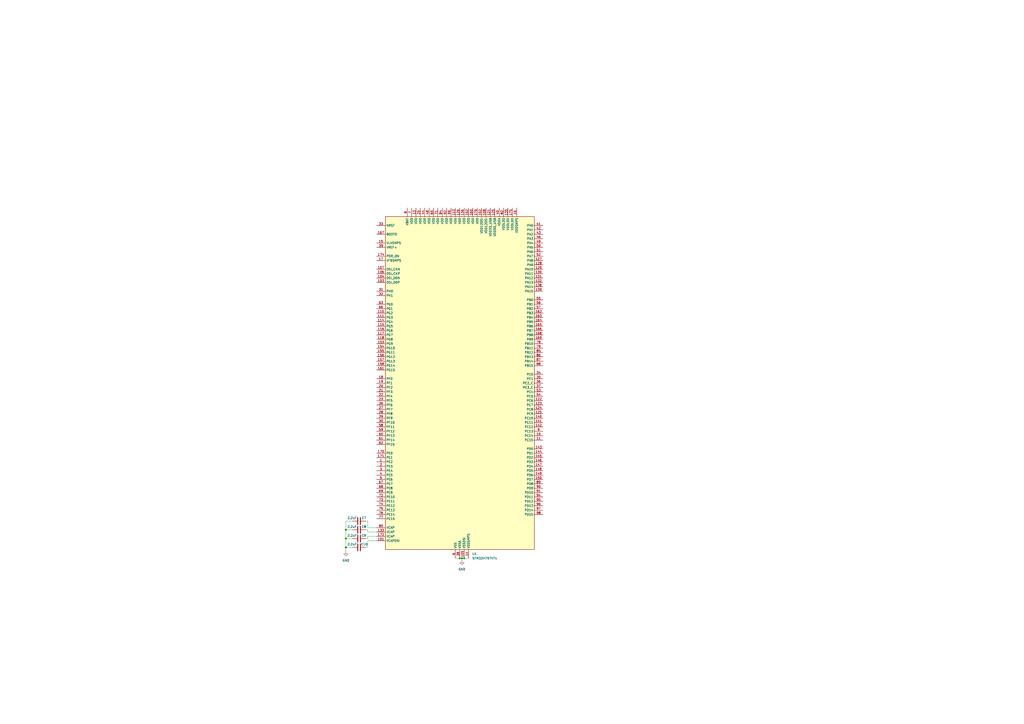
<source format=kicad_sch>
(kicad_sch (version 20250114) (generator "eeschema") (generator_version "9.0")
  (paper "A2")
  (lib_symbols
    (symbol "Device:C" (pin_numbers (hide yes)) (pin_names (offset 0.254))
      (property "Reference" "C" (at 0.635 2.54 0))
      (property "Value" "C" (at 0.635 -2.54 0))
      (symbol "C_0_1"
        (polyline (pts (xy -2.032 0.762) (xy 2.032 0.762)) (stroke (width 0.508)))
        (polyline (pts (xy -2.032 -0.762) (xy 2.032 -0.762)) (stroke (width 0.508)))
      )
      (symbol "C_1_1"
        (pin passive line (at 0 3.81 270) (length 2.794) (name "~") (number "1"))
        (pin passive line (at 0 -3.81 90) (length 2.794) (name "~") (number "2"))
      )
    )
    (symbol "MCU_ST_STM32H7:STM32H757IITx"
      (property "Reference" "U" (at -43.18 97.79 0))
      (property "Value" "STM32H757IITx" (at 35.56 97.79 0))
      (symbol "STM32H757IITx_0_1"
        (rectangle (start -43.18 -96.52) (end 43.18 96.52) (stroke (width 0.254)) (fill (type background)))
      )
      (symbol "STM32H757IITx_1_1"
        (pin input line (at -48.26 91.44 0) (length 5.08) (name "NRST") (number "33"))
        (pin input line (at -48.26 86.36 0) (length 5.08) (name "BOOT0") (number "167"))
        (pin power_in line (at -48.26 81.28 0) (length 5.08) (name "VLXSMPS") (number "15"))
        (pin input line (at -48.26 78.74 0) (length 5.08) (name "VREF+") (number "39"))
        (pin input line (at -48.26 73.66 0) (length 5.08) (name "PDR_ON") (number "174"))
        (pin input line (at -48.26 71.12 0) (length 5.08) (name "VFBSMPS") (number "17"))
        (pin bidirectional line (at -48.26 66.04 0) (length 5.08) (name "DSI_CKN") (number "107"))
        (pin bidirectional line (at -48.26 63.5 0) (length 5.08) (name "DSI_CKP") (number "106"))
        (pin bidirectional line (at -48.26 60.96 0) (length 5.08) (name "DSI_D0N") (number "104"))
        (pin bidirectional line (at -48.26 58.42 0) (length 5.08) (name "DSI_D0P") (number "103"))
        (pin bidirectional line (at -48.26 53.34 0) (length 5.08) (name "PH0") (number "31"))
        (pin bidirectional line (at -48.26 50.8 0) (length 5.08) (name "PH1") (number "32"))
        (pin bidirectional line (at -48.26 45.72 0) (length 5.08) (name "PG0") (number "63"))
        (pin bidirectional line (at -48.26 43.18 0) (length 5.08) (name "PG1") (number "66"))
        (pin bidirectional line (at -48.26 40.64 0) (length 5.08) (name "PG2") (number "110"))
        (pin bidirectional line (at -48.26 38.1 0) (length 5.08) (name "PG3") (number "111"))
        (pin bidirectional line (at -48.26 35.56 0) (length 5.08) (name "PG4") (number "114"))
        (pin bidirectional line (at -48.26 33.02 0) (length 5.08) (name "PG5") (number "115"))
        (pin bidirectional line (at -48.26 30.48 0) (length 5.08) (name "PG6") (number "116"))
        (pin bidirectional line (at -48.26 27.94 0) (length 5.08) (name "PG7") (number "117"))
        (pin bidirectional line (at -48.26 25.4 0) (length 5.08) (name "PG8") (number "118"))
        (pin bidirectional line (at -48.26 22.86 0) (length 5.08) (name "PG9") (number "153"))
        (pin bidirectional line (at -48.26 20.32 0) (length 5.08) (name "PG10") (number "154"))
        (pin bidirectional line (at -48.26 17.78 0) (length 5.08) (name "PG11") (number "155"))
        (pin bidirectional line (at -48.26 15.24 0) (length 5.08) (name "PG12") (number "156"))
        (pin bidirectional line (at -48.26 12.7 0) (length 5.08) (name "PG13") (number "157"))
        (pin bidirectional line (at -48.26 10.16 0) (length 5.08) (name "PG14") (number "158"))
        (pin bidirectional line (at -48.26 7.62 0) (length 5.08) (name "PG15") (number "161"))
        (pin bidirectional line (at -48.26 2.54 0) (length 5.08) (name "PF0") (number "18"))
        (pin bidirectional line (at -48.26 0 0) (length 5.08) (name "PF1") (number "19"))
        (pin bidirectional line (at -48.26 -2.54 0) (length 5.08) (name "PF2") (number "20"))
        (pin bidirectional line (at -48.26 -5.08 0) (length 5.08) (name "PF3") (number "21"))
        (pin bidirectional line (at -48.26 -7.62 0) (length 5.08) (name "PF4") (number "22"))
        (pin bidirectional line (at -48.26 -10.16 0) (length 5.08) (name "PF5") (number "23"))
        (pin bidirectional line (at -48.26 -12.7 0) (length 5.08) (name "PF6") (number "26"))
        (pin bidirectional line (at -48.26 -15.24 0) (length 5.08) (name "PF7") (number "27"))
        (pin bidirectional line (at -48.26 -17.78 0) (length 5.08) (name "PF8") (number "28"))
        (pin bidirectional line (at -48.26 -20.32 0) (length 5.08) (name "PF9") (number "29"))
        (pin bidirectional line (at -48.26 -22.86 0) (length 5.08) (name "PF10") (number "30"))
        (pin bidirectional line (at -48.26 -25.4 0) (length 5.08) (name "PF11") (number "58"))
        (pin bidirectional line (at -48.26 -27.94 0) (length 5.08) (name "PF12") (number "59"))
        (pin bidirectional line (at -48.26 -30.48 0) (length 5.08) (name "PF13") (number "60"))
        (pin bidirectional line (at -48.26 -33.02 0) (length 5.08) (name "PF14") (number "61"))
        (pin bidirectional line (at -48.26 -35.56 0) (length 5.08) (name "PF15") (number "62"))
        (pin bidirectional line (at -48.26 -40.64 0) (length 5.08) (name "PE0") (number "170"))
        (pin bidirectional line (at -48.26 -43.18 0) (length 5.08) (name "PE1") (number "171"))
        (pin bidirectional line (at -48.26 -45.72 0) (length 5.08) (name "PE2") (number "1"))
        (pin bidirectional line (at -48.26 -48.26 0) (length 5.08) (name "PE3") (number "2"))
        (pin bidirectional line (at -48.26 -50.8 0) (length 5.08) (name "PE4") (number "3"))
        (pin bidirectional line (at -48.26 -53.34 0) (length 5.08) (name "PE5") (number "4"))
        (pin bidirectional line (at -48.26 -55.88 0) (length 5.08) (name "PE6") (number "5"))
        (pin bidirectional line (at -48.26 -58.42 0) (length 5.08) (name "PE7") (number "67"))
        (pin bidirectional line (at -48.26 -60.96 0) (length 5.08) (name "PE8") (number "68"))
        (pin bidirectional line (at -48.26 -63.5 0) (length 5.08) (name "PE9") (number "69"))
        (pin bidirectional line (at -48.26 -66.04 0) (length 5.08) (name "PE10") (number "72"))
        (pin bidirectional line (at -48.26 -68.58 0) (length 5.08) (name "PE11") (number "73"))
        (pin bidirectional line (at -48.26 -71.12 0) (length 5.08) (name "PE12") (number "74"))
        (pin bidirectional line (at -48.26 -73.66 0) (length 5.08) (name "PE13") (number "75"))
        (pin bidirectional line (at -48.26 -76.2 0) (length 5.08) (name "PE14") (number "76"))
        (pin bidirectional line (at -48.26 -78.74 0) (length 5.08) (name "PE15") (number "77"))
        (pin power_out line (at -48.26 -83.82 0) (length 5.08) (name "VCAP") (number "80"))
        (pin power_out line (at -48.26 -86.36 0) (length 5.08) (name "VCAP") (number "133"))
        (pin power_out line (at -48.26 -88.9 0) (length 5.08) (name "VCAP") (number "172"))
        (pin power_out line (at -48.26 -91.44 0) (length 5.08) (name "VCAPDSI") (number "101"))
        (pin power_in line (at -30.48 101.6 270) (length 5.08) (name "VBAT") (number "8"))
        (pin power_in line (at -27.94 101.6 270) (length 5.08) (name "VDD") (number "7"))
        (pin power_in line (at -25.4 101.6 270) (length 5.08) (name "VDD") (number "13"))
        (pin power_in line (at -22.86 101.6 270) (length 5.08) (name "VDD") (number "25"))
        (pin power_in line (at -20.32 101.6 270) (length 5.08) (name "VDD") (number "44"))
        (pin power_in line (at -17.78 101.6 270) (length 5.08) (name "VDD") (number "48"))
        (pin power_in line (at -15.24 101.6 270) (length 5.08) (name "VDD") (number "65"))
        (pin power_in line (at -12.7 101.6 270) (length 5.08) (name "VDD") (number "71"))
        (pin power_in line (at -10.16 101.6 270) (length 5.08) (name "VDD") (number "84"))
        (pin power_in line (at -7.62 101.6 270) (length 5.08) (name "VDD") (number "92"))
        (pin power_in line (at -5.08 101.6 270) (length 5.08) (name "VDD") (number "99"))
        (pin power_in line (at -2.54 101.6 270) (length 5.08) (name "VDD") (number "113"))
        (pin passive line (at -2.54 -101.6 90) (length 5.08) (hide yes) (name "VSS") (number "100"))
        (pin passive line (at -2.54 -101.6 90) (length 5.08) (hide yes) (name "VSS") (number "112"))
        (pin passive line (at -2.54 -101.6 90) (length 5.08) (hide yes) (name "VSS") (number "119"))
        (pin passive line (at -2.54 -101.6 90) (length 5.08) (hide yes) (name "VSS") (number "12"))
        (pin passive line (at -2.54 -101.6 90) (length 5.08) (hide yes) (name "VSS") (number "134"))
        (pin passive line (at -2.54 -101.6 90) (length 5.08) (hide yes) (name "VSS") (number "137"))
        (pin passive line (at -2.54 -101.6 90) (length 5.08) (hide yes) (name "VSS") (number "151"))
        (pin passive line (at -2.54 -101.6 90) (length 5.08) (hide yes) (name "VSS") (number "159"))
        (pin passive line (at -2.54 -101.6 90) (length 5.08) (hide yes) (name "VSS") (number "173"))
        (pin passive line (at -2.54 -101.6 90) (length 5.08) (hide yes) (name "VSS") (number "24"))
        (pin passive line (at -2.54 -101.6 90) (length 5.08) (hide yes) (name "VSS") (number "45"))
        (pin passive line (at -2.54 -101.6 90) (length 5.08) (hide yes) (name "VSS") (number "47"))
        (pin power_in line (at -2.54 -101.6 90) (length 5.08) (name "VSS") (number "6"))
        (pin passive line (at -2.54 -101.6 90) (length 5.08) (hide yes) (name "VSS") (number "64"))
        (pin passive line (at -2.54 -101.6 90) (length 5.08) (hide yes) (name "VSS") (number "70"))
        (pin passive line (at -2.54 -101.6 90) (length 5.08) (hide yes) (name "VSS") (number "81"))
        (pin passive line (at -2.54 -101.6 90) (length 5.08) (hide yes) (name "VSS") (number "83"))
        (pin passive line (at -2.54 -101.6 90) (length 5.08) (hide yes) (name "VSS") (number "93"))
        (pin power_in line (at 0 101.6 270) (length 5.08) (name "VDD") (number "126"))
        (pin power_in line (at 0 -101.6 90) (length 5.08) (name "VSSA") (number "38"))
        (pin power_in line (at 2.54 101.6 270) (length 5.08) (name "VDD") (number "136"))
        (pin power_in line (at 2.54 -101.6 90) (length 5.08) (name "VSSDSI") (number "105"))
        (pin passive line (at 2.54 -101.6 90) (length 5.08) (hide yes) (name "VSSDSI") (number "109"))
        (pin power_in line (at 5.08 101.6 270) (length 5.08) (name "VDD") (number "152"))
        (pin power_in line (at 5.08 -101.6 90) (length 5.08) (name "VSSSMPS") (number "14"))
        (pin power_in line (at 7.62 101.6 270) (length 5.08) (name "VDD") (number "160"))
        (pin power_in line (at 10.16 101.6 270) (length 5.08) (name "VDD") (number "176"))
        (pin power_in line (at 12.7 101.6 270) (length 5.08) (name "VDD12DSI") (number "102"))
        (pin power_in line (at 15.24 101.6 270) (length 5.08) (name "VDD12DSI") (number "108"))
        (pin power_in line (at 17.78 101.6 270) (length 5.08) (name "VDD33_USB") (number "121"))
        (pin power_in line (at 20.32 101.6 270) (length 5.08) (name "VDD50_USB") (number "120"))
        (pin power_in line (at 22.86 101.6 270) (length 5.08) (name "VDDA") (number "40"))
        (pin power_in line (at 25.4 101.6 270) (length 5.08) (name "VDDLDO") (number "82"))
        (pin power_in line (at 27.94 101.6 270) (length 5.08) (name "VDDLDO") (number "135"))
        (pin power_in line (at 30.48 101.6 270) (length 5.08) (name "VDDLDO") (number "175"))
        (pin power_in line (at 33.02 101.6 270) (length 5.08) (name "VDDSMPS") (number "16"))
        (pin bidirectional line (at 48.26 91.44 180) (length 5.08) (name "PA0") (number "41"))
        (pin bidirectional line (at 48.26 88.9 180) (length 5.08) (name "PA1") (number "42"))
        (pin bidirectional line (at 48.26 86.36 180) (length 5.08) (name "PA2") (number "43"))
        (pin bidirectional line (at 48.26 83.82 180) (length 5.08) (name "PA3") (number "46"))
        (pin bidirectional line (at 48.26 81.28 180) (length 5.08) (name "PA4") (number "49"))
        (pin bidirectional line (at 48.26 78.74 180) (length 5.08) (name "PA5") (number "50"))
        (pin bidirectional line (at 48.26 76.2 180) (length 5.08) (name "PA6") (number "51"))
        (pin bidirectional line (at 48.26 73.66 180) (length 5.08) (name "PA7") (number "52"))
        (pin bidirectional line (at 48.26 71.12 180) (length 5.08) (name "PA8") (number "127"))
        (pin bidirectional line (at 48.26 68.58 180) (length 5.08) (name "PA9") (number "128"))
        (pin bidirectional line (at 48.26 66.04 180) (length 5.08) (name "PA10") (number "129"))
        (pin bidirectional line (at 48.26 63.5 180) (length 5.08) (name "PA11") (number "130"))
        (pin bidirectional line (at 48.26 60.96 180) (length 5.08) (name "PA12") (number "131"))
        (pin bidirectional line (at 48.26 58.42 180) (length 5.08) (name "PA13") (number "132"))
        (pin bidirectional line (at 48.26 55.88 180) (length 5.08) (name "PA14") (number "138"))
        (pin bidirectional line (at 48.26 53.34 180) (length 5.08) (name "PA15") (number "139"))
        (pin bidirectional line (at 48.26 48.26 180) (length 5.08) (name "PB0") (number "55"))
        (pin bidirectional line (at 48.26 45.72 180) (length 5.08) (name "PB1") (number "56"))
        (pin bidirectional line (at 48.26 43.18 180) (length 5.08) (name "PB2") (number "57"))
        (pin bidirectional line (at 48.26 40.64 180) (length 5.08) (name "PB3") (number "162"))
        (pin bidirectional line (at 48.26 38.1 180) (length 5.08) (name "PB4") (number "163"))
        (pin bidirectional line (at 48.26 35.56 180) (length 5.08) (name "PB5") (number "164"))
        (pin bidirectional line (at 48.26 33.02 180) (length 5.08) (name "PB6") (number "165"))
        (pin bidirectional line (at 48.26 30.48 180) (length 5.08) (name "PB7") (number "166"))
        (pin bidirectional line (at 48.26 27.94 180) (length 5.08) (name "PB8") (number "168"))
        (pin bidirectional line (at 48.26 25.4 180) (length 5.08) (name "PB9") (number "169"))
        (pin bidirectional line (at 48.26 22.86 180) (length 5.08) (name "PB10") (number "78"))
        (pin bidirectional line (at 48.26 20.32 180) (length 5.08) (name "PB11") (number "79"))
        (pin bidirectional line (at 48.26 17.78 180) (length 5.08) (name "PB12") (number "85"))
        (pin bidirectional line (at 48.26 15.24 180) (length 5.08) (name "PB13") (number "86"))
        (pin bidirectional line (at 48.26 12.7 180) (length 5.08) (name "PB14") (number "87"))
        (pin bidirectional line (at 48.26 10.16 180) (length 5.08) (name "PB15") (number "88"))
        (pin bidirectional line (at 48.26 5.08 180) (length 5.08) (name "PC0") (number "34"))
        (pin bidirectional line (at 48.26 2.54 180) (length 5.08) (name "PC1") (number "35"))
        (pin bidirectional line (at 48.26 0 180) (length 5.08) (name "PC2_C") (number "36"))
        (pin bidirectional line (at 48.26 -2.54 180) (length 5.08) (name "PC3_C") (number "37"))
        (pin bidirectional line (at 48.26 -5.08 180) (length 5.08) (name "PC4") (number "53"))
        (pin bidirectional line (at 48.26 -7.62 180) (length 5.08) (name "PC5") (number "54"))
        (pin bidirectional line (at 48.26 -10.16 180) (length 5.08) (name "PC6") (number "122"))
        (pin bidirectional line (at 48.26 -12.7 180) (length 5.08) (name "PC7") (number "123"))
        (pin bidirectional line (at 48.26 -15.24 180) (length 5.08) (name "PC8") (number "124"))
        (pin bidirectional line (at 48.26 -17.78 180) (length 5.08) (name "PC9") (number "125"))
        (pin bidirectional line (at 48.26 -20.32 180) (length 5.08) (name "PC10") (number "140"))
        (pin bidirectional line (at 48.26 -22.86 180) (length 5.08) (name "PC11") (number "141"))
        (pin bidirectional line (at 48.26 -25.4 180) (length 5.08) (name "PC12") (number "142"))
        (pin bidirectional line (at 48.26 -27.94 180) (length 5.08) (name "PC13") (number "9"))
        (pin bidirectional line (at 48.26 -30.48 180) (length 5.08) (name "PC14") (number "10"))
        (pin bidirectional line (at 48.26 -33.02 180) (length 5.08) (name "PC15") (number "11"))
        (pin bidirectional line (at 48.26 -38.1 180) (length 5.08) (name "PD0") (number "143"))
        (pin bidirectional line (at 48.26 -40.64 180) (length 5.08) (name "PD1") (number "144"))
        (pin bidirectional line (at 48.26 -43.18 180) (length 5.08) (name "PD2") (number "145"))
        (pin bidirectional line (at 48.26 -45.72 180) (length 5.08) (name "PD3") (number "146"))
        (pin bidirectional line (at 48.26 -48.26 180) (length 5.08) (name "PD4") (number "147"))
        (pin bidirectional line (at 48.26 -50.8 180) (length 5.08) (name "PD5") (number "148"))
        (pin bidirectional line (at 48.26 -53.34 180) (length 5.08) (name "PD6") (number "149"))
        (pin bidirectional line (at 48.26 -55.88 180) (length 5.08) (name "PD7") (number "150"))
        (pin bidirectional line (at 48.26 -58.42 180) (length 5.08) (name "PD8") (number "89"))
        (pin bidirectional line (at 48.26 -60.96 180) (length 5.08) (name "PD9") (number "90"))
        (pin bidirectional line (at 48.26 -63.5 180) (length 5.08) (name "PD10") (number "91"))
        (pin bidirectional line (at 48.26 -66.04 180) (length 5.08) (name "PD11") (number "94"))
        (pin bidirectional line (at 48.26 -68.58 180) (length 5.08) (name "PD12") (number "95"))
        (pin bidirectional line (at 48.26 -71.12 180) (length 5.08) (name "PD13") (number "96"))
        (pin bidirectional line (at 48.26 -73.66 180) (length 5.08) (name "PD14") (number "97"))
        (pin bidirectional line (at 48.26 -76.2 180) (length 5.08) (name "PD15") (number "98"))
      )
    )
    (symbol "power:GND" (power) (pin_numbers (hide yes)) (pin_names (offset 0) (hide yes))
      (property "Value" "GND" (at 0 -3.81 0))
      (symbol "GND_0_1"
        (polyline (pts (xy 0 0) (xy 0 -1.27) (xy 1.27 -1.27) (xy 0 -2.54) (xy -1.27 -1.27) (xy 0 -1.27)))
      )
      (symbol "GND_1_1"
        (pin power_in line (at 0 0 270) (length 0) (name "~") (number "1"))
      )
    )
  )
  (junction (at 267.97 323.85))
  (junction (at 200.66 317.5))
  (junction (at 200.66 312.42))
  (junction (at 200.66 307.34))
  (junction (at 266.7 323.85))
  (junction (at 269.24 323.85))
  (wire (pts (xy 200.66 317.5) (xy 204.47 317.5)))
  (wire (pts (xy 200.66 302.26) (xy 200.66 307.34)))
  (wire (pts (xy 213.36 308.61) (xy 218.44 308.61)))
  (wire (pts (xy 200.66 302.26) (xy 204.47 302.26)))
  (wire (pts (xy 218.44 306.07) (xy 213.36 306.07)))
  (wire (pts (xy 200.66 307.34) (xy 200.66 312.42)))
  (wire (pts (xy 213.36 317.5) (xy 212.09 317.5)))
  (wire (pts (xy 218.44 313.69) (xy 213.36 313.69)))
  (wire (pts (xy 200.66 312.42) (xy 204.47 312.42)))
  (wire (pts (xy 200.66 312.42) (xy 200.66 317.5)))
  (wire (pts (xy 218.44 311.15) (xy 213.36 311.15)))
  (wire (pts (xy 200.66 307.34) (xy 204.47 307.34)))
  (wire (pts (xy 213.36 313.69) (xy 213.36 317.5)))
  (wire (pts (xy 213.36 302.26) (xy 212.09 302.26)))
  (wire (pts (xy 213.36 307.34) (xy 213.36 308.61)))
  (wire (pts (xy 269.24 323.85) (xy 271.78 323.85)))
  (wire (pts (xy 213.36 311.15) (xy 213.36 312.42)))
  (wire (pts (xy 213.36 312.42) (xy 212.09 312.42)))
  (wire (pts (xy 267.97 323.85) (xy 266.7 323.85)))
  (wire (pts (xy 267.97 323.85) (xy 269.24 323.85)))
  (wire (pts (xy 213.36 306.07) (xy 213.36 302.26)))
  (wire (pts (xy 200.66 317.5) (xy 200.66 320.04)))
  (wire (pts (xy 213.36 307.34) (xy 212.09 307.34)))
  (wire (pts (xy 266.7 323.85) (xy 264.16 323.85)))
  (wire (pts (xy 267.97 325.12) (xy 267.97 323.85)))
  (symbol (lib_id "Device:C") (at 208.28 312.42 90) (unit 1)
    (property "Reference" "C9" (at 211.074 310.642 90))
    (property "Value" "2.2uF" (at 204.216 310.642 90))
    (property "Description" "Unpolarized capacitor" (effects (hide yes)))
  )
  (symbol (lib_id "Device:C") (at 208.28 317.5 90) (unit 1)
    (property "Reference" "C10" (at 211.328 315.722 90))
    (property "Value" "2.2uF" (at 204.216 315.722 90))
    (property "Description" "Unpolarized capacitor" (effects (hide yes)))
  )
  (symbol (lib_id "Device:C") (at 208.28 307.34 90) (unit 1)
    (property "Reference" "C8" (at 211.074 305.562 90))
    (property "Value" "2.2uF" (at 204.216 305.562 90))
    (property "Description" "Unpolarized capacitor" (effects (hide yes)))
  )
  (symbol (lib_id "MCU_ST_STM32H7:STM32H757IITx") (at 266.7 222.25 0) (unit 1)
    (property "Reference" "U1" (at 273.9233 321.31 0) (effects (justify left)))
    (property "Value" "STM32H757IITx" (at 273.9233 323.85 0) (effects (justify left)))
    (property "Footprint" "Package_QFP:LQFP-176_24x24mm_P0.5mm" (effects (hide yes)))
    (property "Datasheet" "https://www.st.com/resource/en/datasheet/stm32h757ii.pdf" (effects (hide yes)))
    (property "Description" "STMicroelectronics Arm Cortex-M7 MCU, 2048KB flash, 1024KB RAM, 480 MHz, 1.62-3.6V, 114 GPIO, LQFP176" (effects (hide yes)))
  )
  (symbol (lib_id "power:GND") (at 200.66 320.04 0) (unit 1)
    (property "Reference" "#PWR07" (effects (hide yes)))
    (property "Value" "GND" (at 200.66 325.12 0))
    (property "Description" "Power symbol creates a global label with name \"GND\" , ground" (effects (hide yes)))
  )
  (symbol (lib_id "Device:C") (at 208.28 302.26 90) (unit 1)
    (property "Reference" "C7" (at 211.074 300.482 90))
    (property "Value" "2.2uF" (at 204.216 300.482 90))
    (property "Description" "Unpolarized capacitor" (effects (hide yes)))
  )
  (symbol (lib_id "power:GND") (at 267.97 325.12 0) (unit 1)
    (property "Reference" "#PWR06" (effects (hide yes)))
    (property "Value" "GND" (at 267.97 330.2 0))
    (property "Description" "Power symbol creates a global label with name \"GND\" , ground" (effects (hide yes)))
  )
)
</source>
